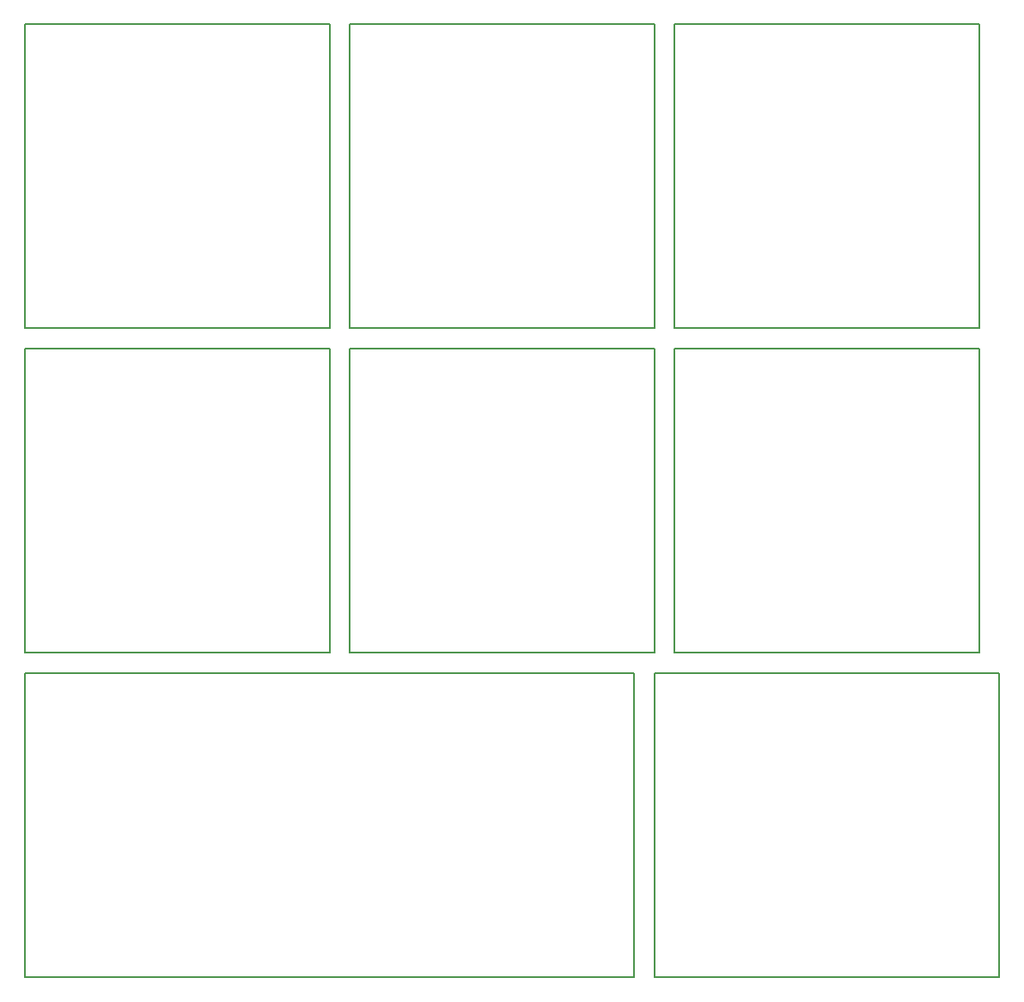
<source format=gm1>
%MOIN*%
%OFA0B0*%
%FSLAX46Y46*%
%IPPOS*%
%LPD*%
%ADD10C,0.0039370078740157488*%
%ADD11C,0.005905511811023622*%
%ADD22C,0.0039370078740157488*%
%ADD23C,0.005905511811023622*%
%ADD24C,0.0039370078740157488*%
%ADD25C,0.005905511811023622*%
%ADD26C,0.0039370078740157488*%
%ADD27C,0.005905511811023622*%
%ADD28C,0.0039370078740157488*%
%ADD29C,0.005905511811023622*%
%ADD30C,0.0039370078740157488*%
%ADD31C,0.005905511811023622*%
%ADD32C,0.0039370078740157488*%
%ADD33C,0.005905511811023622*%
%ADD34C,0.0039370078740157488*%
%ADD35C,0.005905511811023622*%
G01G01*
D10*
D11*
X0003700787Y0002519685D02*
X0003700787Y0003700787D01*
X0002519685Y0002519685D02*
X0003700787Y0002519685D01*
X0002519685Y0003700787D02*
X0002519685Y0002519685D01*
X0003700787Y0003700787D02*
X0002519685Y0003700787D01*
G04 next file*
G04 Gerber Fmt 4.6, Leading zero omitted, Abs format (unit mm)*
G04 Created by KiCad (PCBNEW 4.0.4-1.fc24-product) date Fri Jan 12 15:57:19 2018*
G01G01*
G04 APERTURE LIST*
G04 APERTURE END LIST*
D22*
D23*
X0001181102Y0002519685D02*
X0000000000Y0002519685D01*
X0001181102Y0003700787D02*
X0000000000Y0003700787D01*
X0000000000Y0002519685D02*
X0000000000Y0003700787D01*
X0001181102Y0003700787D02*
X0001181102Y0002519685D01*
G04 next file*
G04 #@! TF.FileFunction,Profile,NP*
G04 Gerber Fmt 4.6, Leading zero omitted, Abs format (unit mm)*
G04 Created by KiCad (PCBNEW 4.0.4-1.fc24-product) date Fri Jan 12 14:27:49 2018*
G01G01*
G04 APERTURE LIST*
G04 APERTURE END LIST*
D24*
D25*
X0002440944Y0001259842D02*
X0002440944Y0002440944D01*
X0001259842Y0001259842D02*
X0002440944Y0001259842D01*
X0001259842Y0002440944D02*
X0001259842Y0001259842D01*
X0002440944Y0002440944D02*
X0001259842Y0002440944D01*
G04 next file*
G04 #@! TF.FileFunction,Profile,NP*
G04 Gerber Fmt 4.6, Leading zero omitted, Abs format (unit mm)*
G04 Created by KiCad (PCBNEW 4.0.4-1.fc24-product) date Fri Jan 12 14:33:54 2018*
G01G01*
G04 APERTURE LIST*
G04 APERTURE END LIST*
D26*
D27*
X0003700787Y0001259842D02*
X0003700787Y0002440944D01*
X0002519685Y0001259842D02*
X0003700787Y0001259842D01*
X0002519685Y0002440944D02*
X0002519685Y0001259842D01*
X0003700787Y0002440944D02*
X0002519685Y0002440944D01*
G04 next file*
G04 Gerber Fmt 4.6, Leading zero omitted, Abs format (unit mm)*
G04 Created by KiCad (PCBNEW 4.0.4-1.fc24-product) date Fri Jan 12 16:24:50 2018*
G01G01*
G04 APERTURE LIST*
G04 APERTURE END LIST*
D28*
D29*
X0002440944Y0002519685D02*
X0002440944Y0003700787D01*
X0001259842Y0002519685D02*
X0002440944Y0002519685D01*
X0001259842Y0003700787D02*
X0001259842Y0002519685D01*
X0002440944Y0003700787D02*
X0001259842Y0003700787D01*
G04 next file*
G04 #@! TF.FileFunction,Profile,NP*
G04 Gerber Fmt 4.6, Leading zero omitted, Abs format (unit mm)*
G04 Created by KiCad (PCBNEW 4.0.4-1.fc24-product) date Fri Jan 12 16:45:08 2018*
G01G01*
G04 APERTURE LIST*
G04 APERTURE END LIST*
D30*
D31*
X0003779527Y0000000000D02*
X0003779527Y0001181102D01*
X0002440944Y0000000000D02*
X0003779527Y0000000000D01*
X0002440944Y0001181102D02*
X0002440944Y0000000000D01*
X0003779527Y0001181102D02*
X0002440944Y0001181102D01*
G04 next file*
G04 #@! TF.FileFunction,Profile,NP*
G04 Gerber Fmt 4.6, Leading zero omitted, Abs format (unit mm)*
G04 Created by KiCad (PCBNEW 4.0.4-1.fc24-product) date Fri Jan 12 14:44:07 2018*
G01G01*
G04 APERTURE LIST*
G04 APERTURE END LIST*
D32*
D33*
X0002362204Y0000000000D02*
X0002362204Y0001181102D01*
X0000000000Y0000000000D02*
X0002362204Y0000000000D01*
X0000000000Y0001181102D02*
X0000000000Y0000000000D01*
X0002362204Y0001181102D02*
X0000000000Y0001181102D01*
G04 next file*
G04 #@! TF.FileFunction,Profile,NP*
G04 Gerber Fmt 4.6, Leading zero omitted, Abs format (unit mm)*
G04 Created by KiCad (PCBNEW 4.0.4-1.fc24-product) date Fri Jan 12 14:27:49 2018*
G01G01*
G04 APERTURE LIST*
G04 APERTURE END LIST*
D34*
D35*
X0001181102Y0001259842D02*
X0001181102Y0002440944D01*
X0000000000Y0001259842D02*
X0001181102Y0001259842D01*
X0000000000Y0002440944D02*
X0000000000Y0001259842D01*
X0001181102Y0002440944D02*
X0000000000Y0002440944D01*
M02*
</source>
